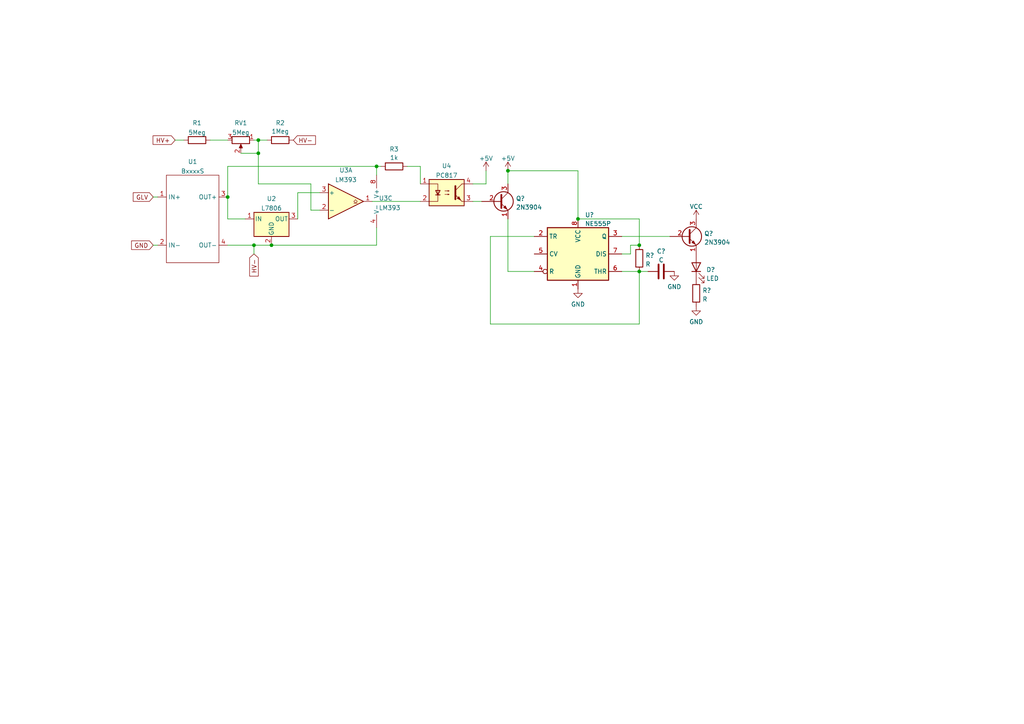
<source format=kicad_sch>
(kicad_sch (version 20211123) (generator eeschema)
  (paper "A4")
  (lib_symbols
    (symbol "Comparator:LM393" (pin_names (offset 0.127))
      (property "Reference" "U" (at 3.81 3.81 0))
      (property "Value" "LM393" (at 6.35 -3.81 0))
      (symbol "LM393_1_1"
        (polyline (pts (xy -5.08 5.08) (xy 5.08 0) (xy -5.08 -5.08) (xy -5.08 5.08)) (stroke (width 0.254)) (fill (type background)))
        (polyline (pts (xy 3.302 -0.508) (xy 2.794 -0.508) (xy 3.302 0) (xy 2.794 0.508) (xy 2.286 0) (xy 2.794 -0.508) (xy 2.286 -0.508)) (stroke (width 0.127)))
        (pin open_collector line (at 7.62 0 180) (length 2.54) (name "~") (number "1"))
        (pin input line (at -7.62 -2.54 0) (length 2.54) (name "-") (number "2"))
        (pin input line (at -7.62 2.54 0) (length 2.54) (name "+") (number "3"))
      )
      (symbol "LM393_2_1"
        (polyline (pts (xy -5.08 5.08) (xy 5.08 0) (xy -5.08 -5.08) (xy -5.08 5.08)) (stroke (width 0.254)) (fill (type background)))
        (polyline (pts (xy 3.302 -0.508) (xy 2.794 -0.508) (xy 3.302 0) (xy 2.794 0.508) (xy 2.286 0) (xy 2.794 -0.508) (xy 2.286 -0.508)) (stroke (width 0.127)))
        (pin input line (at -7.62 2.54 0) (length 2.54) (name "+") (number "5"))
        (pin input line (at -7.62 -2.54 0) (length 2.54) (name "_") (number "6"))
        (pin open_collector line (at 7.62 0 180) (length 2.54) (name "~") (number "7"))
      )
      (symbol "LM393_3_1"
        (pin power_in line (at -2.54 -7.62 90) (length 3.81) (name "V-") (number "4"))
        (pin power_in line (at -2.54 7.62 270) (length 3.81) (name "V+") (number "8"))
      )
    )
    (symbol "Device:C" (pin_numbers hide) (pin_names (offset 0.254))
      (property "Reference" "C" (at 0.635 2.54 0))
      (property "Value" "C" (at 0.635 -2.54 0))
      (symbol "C_0_1"
        (polyline (pts (xy -2.032 -0.762) (xy 2.032 -0.762)) (stroke (width 0.508)))
        (polyline (pts (xy -2.032 0.762) (xy 2.032 0.762)) (stroke (width 0.508)))
      )
      (symbol "C_1_1"
        (pin passive line (at 0 3.81 270) (length 2.794) (name "~") (number "1"))
        (pin passive line (at 0 -3.81 90) (length 2.794) (name "~") (number "2"))
      )
    )
    (symbol "Device:LED" (pin_numbers hide) (pin_names (offset 1.016) hide)
      (property "Reference" "D" (at 0 2.54 0))
      (property "Value" "LED" (at 0 -2.54 0))
      (symbol "LED_0_1"
        (polyline (pts (xy -1.27 -1.27) (xy -1.27 1.27)) (stroke (width 0.254)))
        (polyline (pts (xy -1.27 0) (xy 1.27 0)))
        (polyline (pts (xy 1.27 -1.27) (xy 1.27 1.27) (xy -1.27 0) (xy 1.27 -1.27)) (stroke (width 0.254)))
        (polyline (pts (xy -3.048 -0.762) (xy -4.572 -2.286) (xy -3.81 -2.286) (xy -4.572 -2.286) (xy -4.572 -1.524)))
        (polyline (pts (xy -1.778 -0.762) (xy -3.302 -2.286) (xy -2.54 -2.286) (xy -3.302 -2.286) (xy -3.302 -1.524)))
      )
      (symbol "LED_1_1"
        (pin passive line (at -3.81 0 0) (length 2.54) (name "K") (number "1"))
        (pin passive line (at 3.81 0 180) (length 2.54) (name "A") (number "2"))
      )
    )
    (symbol "Device:R" (pin_numbers hide) (pin_names (offset 0))
      (property "Reference" "R" (at 2.032 0 90))
      (property "Value" "R" (at 0 0 90))
      (symbol "R_0_1"
        (rectangle (start -1.016 -2.54) (end 1.016 2.54) (stroke (width 0.254)))
      )
      (symbol "R_1_1"
        (pin passive line (at 0 3.81 270) (length 1.27) (name "~") (number "1"))
        (pin passive line (at 0 -3.81 90) (length 1.27) (name "~") (number "2"))
      )
    )
    (symbol "Device:R_Potentiometer" (pin_names (offset 1.016) hide)
      (property "Reference" "RV" (at -4.445 0 90))
      (property "Value" "R_Potentiometer" (at -2.54 0 90))
      (symbol "R_Potentiometer_0_1"
        (polyline (pts (xy 2.54 0) (xy 1.524 0)))
        (polyline (pts (xy 1.143 0) (xy 2.286 0.508) (xy 2.286 -0.508) (xy 1.143 0)) (fill (type outline)))
        (rectangle (start 1.016 2.54) (end -1.016 -2.54) (stroke (width 0.254)))
      )
      (symbol "R_Potentiometer_1_1"
        (pin passive line (at 0 3.81 270) (length 1.27) (name "1") (number "1"))
        (pin passive line (at 3.81 0 180) (length 1.27) (name "2") (number "2"))
        (pin passive line (at 0 -3.81 90) (length 1.27) (name "3") (number "3"))
      )
    )
    (symbol "Iso_Power:BxxxxS"
      (property "Reference" "U1" (at 0 16.6157 0))
      (property "Value" "BxxxxS" (at 0 13.8406 0))
      (symbol "BxxxxS_0_1"
        (rectangle (start -7.62 12.7) (end 7.62 -12.7) (stroke (width 0.1524)))
      )
      (symbol "BxxxxS_1_1"
        (pin power_in line (at -10.16 6.35 0) (length 2.54) (name "IN+") (number "1"))
        (pin power_in line (at -10.16 -7.62 0) (length 2.54) (name "IN-") (number "2"))
        (pin power_out line (at 10.16 6.35 180) (length 2.54) (name "OUT+") (number "3"))
        (pin power_out line (at 10.16 -7.62 180) (length 2.54) (name "OUT-") (number "4"))
      )
    )
    (symbol "Isolator:PC817" (pin_names (offset 1.016))
      (property "Reference" "U" (at -5.08 5.08 0))
      (property "Value" "PC817" (at 0 5.08 0))
      (symbol "PC817_0_1"
        (rectangle (start -5.08 3.81) (end 5.08 -3.81) (stroke (width 0.254)) (fill (type background)))
        (polyline (pts (xy -3.175 -0.635) (xy -1.905 -0.635)) (stroke (width 0.254)))
        (polyline (pts (xy 2.54 0.635) (xy 4.445 2.54)))
        (polyline (pts (xy 4.445 -2.54) (xy 2.54 -0.635)) (fill (type outline)))
        (polyline (pts (xy 4.445 -2.54) (xy 5.08 -2.54)))
        (polyline (pts (xy 4.445 2.54) (xy 5.08 2.54)))
        (polyline (pts (xy -5.08 2.54) (xy -2.54 2.54) (xy -2.54 -0.635)))
        (polyline (pts (xy -2.54 -0.635) (xy -2.54 -2.54) (xy -5.08 -2.54)))
        (polyline (pts (xy 2.54 1.905) (xy 2.54 -1.905) (xy 2.54 -1.905)) (stroke (width 0.508)))
        (polyline (pts (xy -2.54 -0.635) (xy -3.175 0.635) (xy -1.905 0.635) (xy -2.54 -0.635)) (stroke (width 0.254)))
        (polyline (pts (xy -0.508 -0.508) (xy 0.762 -0.508) (xy 0.381 -0.635) (xy 0.381 -0.381) (xy 0.762 -0.508)))
        (polyline (pts (xy -0.508 0.508) (xy 0.762 0.508) (xy 0.381 0.381) (xy 0.381 0.635) (xy 0.762 0.508)))
        (polyline (pts (xy 3.048 -1.651) (xy 3.556 -1.143) (xy 4.064 -2.159) (xy 3.048 -1.651) (xy 3.048 -1.651)) (fill (type outline)))
      )
      (symbol "PC817_1_1"
        (pin passive line (at -7.62 2.54 0) (length 2.54) (name "~") (number "1"))
        (pin passive line (at -7.62 -2.54 0) (length 2.54) (name "~") (number "2"))
        (pin passive line (at 7.62 -2.54 180) (length 2.54) (name "~") (number "3"))
        (pin passive line (at 7.62 2.54 180) (length 2.54) (name "~") (number "4"))
      )
    )
    (symbol "Regulator_Linear:L7806" (pin_names (offset 0.254))
      (property "Reference" "U" (at -3.81 3.175 0))
      (property "Value" "L7806" (at 0 3.175 0))
      (symbol "L7806_0_1"
        (rectangle (start -5.08 1.905) (end 5.08 -5.08) (stroke (width 0.254)) (fill (type background)))
      )
      (symbol "L7806_1_1"
        (pin power_in line (at -7.62 0 0) (length 2.54) (name "IN") (number "1"))
        (pin power_in line (at 0 -7.62 90) (length 2.54) (name "GND") (number "2"))
        (pin power_out line (at 7.62 0 180) (length 2.54) (name "OUT") (number "3"))
      )
    )
    (symbol "Timer:NE555P"
      (property "Reference" "U" (at -10.16 8.89 0))
      (property "Value" "NE555P" (at 2.54 8.89 0))
      (symbol "NE555P_0_0"
        (pin power_in line (at 0 -10.16 90) (length 2.54) (name "GND") (number "1"))
        (pin power_in line (at 0 10.16 270) (length 2.54) (name "VCC") (number "8"))
      )
      (symbol "NE555P_0_1"
        (rectangle (start -8.89 -7.62) (end 8.89 7.62) (stroke (width 0.254)) (fill (type background)))
        (rectangle (start -8.89 -7.62) (end 8.89 7.62) (stroke (width 0.254)) (fill (type background)))
      )
      (symbol "NE555P_1_1"
        (pin input line (at -12.7 5.08 0) (length 3.81) (name "TR") (number "2"))
        (pin output line (at 12.7 5.08 180) (length 3.81) (name "Q") (number "3"))
        (pin input inverted (at -12.7 -5.08 0) (length 3.81) (name "R") (number "4"))
        (pin input line (at -12.7 0 0) (length 3.81) (name "CV") (number "5"))
        (pin input line (at 12.7 -5.08 180) (length 3.81) (name "THR") (number "6"))
        (pin input line (at 12.7 0 180) (length 3.81) (name "DIS") (number "7"))
      )
    )
    (symbol "Transistor_BJT:2N3904" (pin_names (offset 0) hide)
      (property "Reference" "Q" (at 5.08 1.905 0))
      (property "Value" "2N3904" (at 5.08 0 0))
      (symbol "2N3904_0_1"
        (polyline (pts (xy 0.635 0.635) (xy 2.54 2.54)))
        (polyline (pts (xy 0.635 -0.635) (xy 2.54 -2.54) (xy 2.54 -2.54)))
        (polyline (pts (xy 0.635 1.905) (xy 0.635 -1.905) (xy 0.635 -1.905)) (stroke (width 0.508)))
        (polyline (pts (xy 1.27 -1.778) (xy 1.778 -1.27) (xy 2.286 -2.286) (xy 1.27 -1.778) (xy 1.27 -1.778)) (fill (type outline)))
        (circle (center 1.27 0) (radius 2.8194) (stroke (width 0.254)))
      )
      (symbol "2N3904_1_1"
        (pin passive line (at 2.54 -5.08 90) (length 2.54) (name "E") (number "1"))
        (pin passive line (at -5.08 0 0) (length 5.715) (name "B") (number "2"))
        (pin passive line (at 2.54 5.08 270) (length 2.54) (name "C") (number "3"))
      )
    )
    (symbol "power:+5V" (power) (pin_names (offset 0))
      (property "Value" "+5V" (at 0 3.556 0))
      (symbol "+5V_0_1"
        (polyline (pts (xy -0.762 1.27) (xy 0 2.54)))
        (polyline (pts (xy 0 0) (xy 0 2.54)))
        (polyline (pts (xy 0 2.54) (xy 0.762 1.27)))
      )
      (symbol "+5V_1_1"
        (pin power_in line (at 0 0 90) (length 0) hide (name "+5V") (number "1"))
      )
    )
    (symbol "power:GND" (power) (pin_names (offset 0))
      (property "Value" "GND" (at 0 -3.81 0))
      (symbol "GND_0_1"
        (polyline (pts (xy 0 0) (xy 0 -1.27) (xy 1.27 -1.27) (xy 0 -2.54) (xy -1.27 -1.27) (xy 0 -1.27)))
      )
      (symbol "GND_1_1"
        (pin power_in line (at 0 0 270) (length 0) hide (name "GND") (number "1"))
      )
    )
    (symbol "power:VCC" (power) (pin_names (offset 0))
      (property "Value" "VCC" (at 0 3.81 0))
      (symbol "VCC_0_1"
        (polyline (pts (xy -0.762 1.27) (xy 0 2.54)))
        (polyline (pts (xy 0 0) (xy 0 2.54)))
        (polyline (pts (xy 0 2.54) (xy 0.762 1.27)))
      )
      (symbol "VCC_1_1"
        (pin power_in line (at 0 0 90) (length 0) hide (name "VCC") (number "1"))
      )
    )
  )
  (junction (at 78.74 71.12))
  (junction (at 109.22 48.26))
  (junction (at 147.32 49.53))
  (junction (at 74.93 40.64))
  (junction (at 167.64 63.5))
  (junction (at 74.93 44.45))
  (junction (at 185.42 78.74))
  (junction (at 66.04 57.15))
  (junction (at 73.66 71.12))
  (junction (at 185.42 71.12))
  (wire (pts (xy 185.42 63.5) (xy 185.42 71.12)))
  (wire (pts (xy 44.45 57.15) (xy 45.72 57.15)))
  (wire (pts (xy 74.93 44.45) (xy 74.93 53.34)))
  (wire (pts (xy 66.04 48.26) (xy 66.04 57.15)))
  (wire (pts (xy 167.64 49.53) (xy 147.32 49.53)))
  (wire (pts (xy 185.42 78.74) (xy 180.34 78.74)))
  (wire (pts (xy 110.49 48.26) (xy 109.22 48.26)))
  (wire (pts (xy 107.95 58.42) (xy 121.92 58.42)))
  (wire (pts (xy 147.32 78.74) (xy 147.32 63.5)))
  (wire (pts (xy 74.93 40.64) (xy 73.66 40.64)))
  (wire (pts (xy 44.45 71.12) (xy 45.72 71.12)))
  (wire (pts (xy 77.47 40.64) (xy 74.93 40.64)))
  (wire (pts (xy 185.42 93.98) (xy 185.42 78.74)))
  (wire (pts (xy 187.96 78.74) (xy 185.42 78.74)))
  (wire (pts (xy 140.97 53.34) (xy 137.16 53.34)))
  (wire (pts (xy 66.04 40.64) (xy 60.96 40.64)))
  (wire (pts (xy 147.32 78.74) (xy 154.94 78.74)))
  (wire (pts (xy 69.85 44.45) (xy 74.93 44.45)))
  (wire (pts (xy 86.36 55.88) (xy 92.71 55.88)))
  (wire (pts (xy 140.97 49.53) (xy 140.97 53.34)))
  (wire (pts (xy 109.22 48.26) (xy 109.22 50.8)))
  (wire (pts (xy 90.17 60.96) (xy 92.71 60.96)))
  (wire (pts (xy 167.64 63.5) (xy 167.64 49.53)))
  (wire (pts (xy 78.74 71.12) (xy 109.22 71.12)))
  (wire (pts (xy 182.88 71.12) (xy 185.42 71.12)))
  (wire (pts (xy 73.66 71.12) (xy 73.66 73.66)))
  (wire (pts (xy 180.34 73.66) (xy 182.88 73.66)))
  (wire (pts (xy 118.11 48.26) (xy 121.92 48.26)))
  (wire (pts (xy 180.34 68.58) (xy 194.31 68.58)))
  (wire (pts (xy 71.12 63.5) (xy 66.04 63.5)))
  (wire (pts (xy 109.22 48.26) (xy 66.04 48.26)))
  (wire (pts (xy 90.17 53.34) (xy 90.17 60.96)))
  (wire (pts (xy 50.8 40.64) (xy 53.34 40.64)))
  (wire (pts (xy 167.64 63.5) (xy 185.42 63.5)))
  (wire (pts (xy 109.22 66.04) (xy 109.22 71.12)))
  (wire (pts (xy 154.94 68.58) (xy 142.24 68.58)))
  (wire (pts (xy 142.24 93.98) (xy 185.42 93.98)))
  (wire (pts (xy 74.93 44.45) (xy 74.93 40.64)))
  (wire (pts (xy 142.24 68.58) (xy 142.24 93.98)))
  (wire (pts (xy 182.88 73.66) (xy 182.88 71.12)))
  (wire (pts (xy 147.32 49.53) (xy 147.32 53.34)))
  (wire (pts (xy 66.04 71.12) (xy 73.66 71.12)))
  (wire (pts (xy 74.93 53.34) (xy 90.17 53.34)))
  (wire (pts (xy 66.04 63.5) (xy 66.04 57.15)))
  (wire (pts (xy 137.16 58.42) (xy 139.7 58.42)))
  (wire (pts (xy 121.92 48.26) (xy 121.92 53.34)))
  (wire (pts (xy 86.36 63.5) (xy 86.36 55.88)))
  (wire (pts (xy 73.66 71.12) (xy 78.74 71.12)))
  (global_label "GLV" (shape input) (at 44.45 57.15 180) (property "Intersheet References" "${INTERSHEET_REFS}" (effects hide)))
  (global_label "GND" (shape input) (at 44.45 71.12 180) (property "Intersheet References" "${INTERSHEET_REFS}" (effects hide)))
  (global_label "HV-" (shape input) (at 85.09 40.64 0) (property "Intersheet References" "${INTERSHEET_REFS}" (effects hide)))
  (global_label "HV-" (shape input) (at 73.66 73.66 270) (property "Intersheet References" "${INTERSHEET_REFS}" (effects hide)))
  (global_label "HV+" (shape input) (at 50.8 40.64 180) (property "Intersheet References" "${INTERSHEET_REFS}" (effects hide)))
  (symbol (lib_id "Comparator:LM393") (at 111.76 58.42 0) (unit 3)
    (property "Reference" "U3" (at 109.855 57.5115 0) (effects (justify left)))
    (property "Value" "LM393" (at 109.855 60.2866 0) (effects (justify left)))
    (property "Datasheet" "http://www.ti.com/lit/ds/symlink/lm393.pdf" (effects hide))
  )
  (symbol (lib_id "Device:R") (at 201.93 85.09 0) (unit 1)
    (property "Reference" "R?" (at 203.708 84.2553 0) (effects (justify left)))
    (property "Value" "R" (at 203.708 86.7922 0) (effects (justify left)))
  )
  (symbol (lib_id "Device:R_Potentiometer") (at 69.85 40.64 270) (unit 1)
    (property "Reference" "RV1" (at 69.85 35.6575 90))
    (property "Value" "5Meg" (at 69.85 38.4326 90))
  )
  (symbol (lib_id "Isolator:PC817") (at 129.54 55.88 0) (unit 1)
    (property "Reference" "U4" (at 129.54 48.1035 0))
    (property "Value" "PC817" (at 129.54 50.8786 0))
    (property "Footprint" "Package_DIP:DIP-4_W7.62mm" (effects hide))
    (property "Datasheet" "http://www.soselectronic.cz/a_info/resource/d/pc817.pdf" (effects hide))
  )
  (symbol (lib_id "power:VCC") (at 201.93 63.5 0) (unit 1)
    (property "Reference" "#PWR?" (effects hide))
    (property "Value" "VCC" (at 201.93 59.9242 0))
  )
  (symbol (lib_id "Device:R") (at 57.15 40.64 90) (unit 1)
    (property "Reference" "R1" (at 57.15 35.6575 90))
    (property "Value" "5Meg" (at 57.15 38.4326 90))
  )
  (symbol (lib_id "Device:C") (at 191.77 78.74 90) (unit 1)
    (property "Reference" "C?" (at 191.77 72.8812 90))
    (property "Value" "C" (at 191.77 75.4181 90))
  )
  (symbol (lib_id "power:GND") (at 167.64 83.82 0) (unit 1)
    (property "Reference" "#PWR?" (effects hide))
    (property "Value" "GND" (at 167.64 88.2634 0))
  )
  (symbol (lib_id "Transistor_BJT:2N3904") (at 199.39 68.58 0) (unit 1)
    (property "Reference" "Q?" (at 204.2414 67.7453 0) (effects (justify left)))
    (property "Value" "2N3904" (at 204.2414 70.2822 0) (effects (justify left)))
    (property "Footprint" "Package_TO_SOT_THT:TO-92_Inline" (effects hide))
    (property "Datasheet" "https://www.onsemi.com/pub/Collateral/2N3903-D.PDF" (effects hide))
  )
  (symbol (lib_id "Timer:NE555P") (at 167.64 73.66 0) (unit 1)
    (property "Reference" "U?" (at 169.6594 62.3402 0) (effects (justify left)))
    (property "Value" "NE555P" (at 169.6594 64.8771 0) (effects (justify left)))
    (property "Footprint" "Package_DIP:DIP-8_W7.62mm" (effects hide))
    (property "Datasheet" "http://www.ti.com/lit/ds/symlink/ne555.pdf" (effects hide))
  )
  (symbol (lib_id "power:GND") (at 201.93 88.9 0) (unit 1)
    (property "Reference" "#PWR?" (effects hide))
    (property "Value" "GND" (at 201.93 93.3434 0))
  )
  (symbol (lib_id "power:+5V") (at 140.97 49.53 0) (unit 1)
    (property "Reference" "#PWR?" (effects hide))
    (property "Value" "+5V" (at 140.97 45.9542 0))
  )
  (symbol (lib_id "Device:R") (at 81.28 40.64 90) (unit 1)
    (property "Reference" "R2" (at 81.28 35.6575 90))
    (property "Value" "1Meg" (at 81.28 38.1 90))
  )
  (symbol (lib_id "Iso_Power:BxxxxS") (at 55.88 63.5 0) (unit 1)
    (property "Reference" "U1" (at 55.88 46.8843 0))
    (property "Value" "BxxxxS" (at 55.88 49.6594 0))
  )
  (symbol (lib_id "Device:R") (at 114.3 48.26 90) (unit 1)
    (property "Reference" "R3" (at 114.3 43.2775 90))
    (property "Value" "1k" (at 114.3 45.72 90))
  )
  (symbol (lib_id "Regulator_Linear:L7806") (at 78.74 63.5 0) (unit 1)
    (property "Reference" "U2" (at 78.74 57.6285 0))
    (property "Value" "L7806" (at 78.74 60.4036 0))
    (property "Datasheet" "http://www.st.com/content/ccc/resource/technical/document/datasheet/41/4f/b3/b0/12/d4/47/88/CD00000444.pdf/files/CD00000444.pdf/jcr:content/translations/en.CD00000444.pdf" (effects hide))
  )
  (symbol (lib_id "Transistor_BJT:2N3904") (at 144.78 58.42 0) (unit 1)
    (property "Reference" "Q?" (at 149.6314 57.5853 0) (effects (justify left)))
    (property "Value" "2N3904" (at 149.6314 60.1222 0) (effects (justify left)))
    (property "Footprint" "Package_TO_SOT_THT:TO-92_Inline" (effects hide))
    (property "Datasheet" "https://www.onsemi.com/pub/Collateral/2N3903-D.PDF" (effects hide))
  )
  (symbol (lib_id "Comparator:LM393") (at 100.33 58.42 0) (unit 1)
    (property "Reference" "U3" (at 100.33 49.3735 0))
    (property "Value" "LM393" (at 100.33 52.1486 0))
    (property "Datasheet" "http://www.ti.com/lit/ds/symlink/lm393.pdf" (effects hide))
  )
  (symbol (lib_id "Device:LED") (at 201.93 77.47 90) (unit 1)
    (property "Reference" "D?" (at 204.851 78.2228 90) (effects (justify right)))
    (property "Value" "LED" (at 204.851 80.7597 90) (effects (justify right)))
  )
  (symbol (lib_id "Device:R") (at 185.42 74.93 0) (unit 1)
    (property "Reference" "R?" (at 187.198 74.0953 0) (effects (justify left)))
    (property "Value" "R" (at 187.198 76.6322 0) (effects (justify left)))
  )
  (symbol (lib_id "power:+5V") (at 147.32 49.53 0) (unit 1)
    (property "Reference" "#PWR?" (effects hide))
    (property "Value" "+5V" (at 147.32 45.9542 0))
  )
  (symbol (lib_id "power:GND") (at 195.58 78.74 0) (unit 1)
    (property "Reference" "#PWR?" (effects hide))
    (property "Value" "GND" (at 195.58 83.1834 0))
  )
)
</source>
